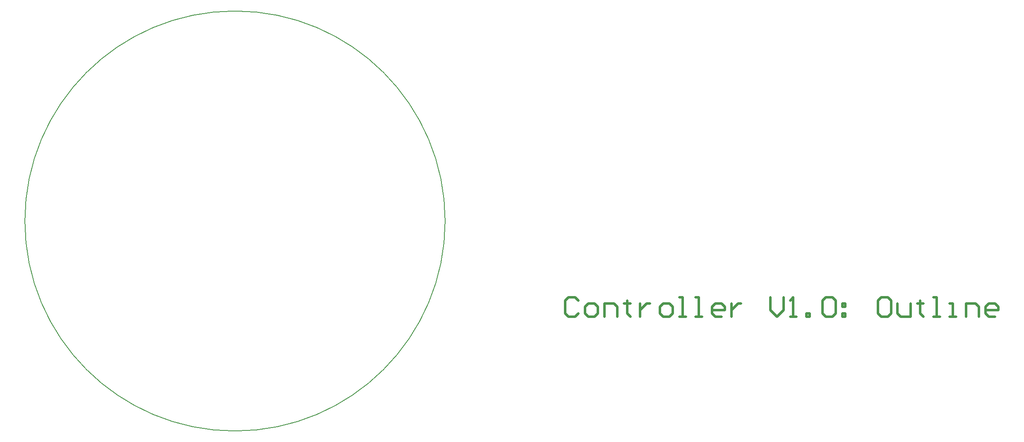
<source format=gm1>
%FSLAX24Y24*%
%MOIN*%
G70*
G01*
G75*
G04 Layer_Color=16711935*
%ADD10C,0.0591*%
%ADD11C,0.0472*%
%ADD12R,0.0394X0.0354*%
%ADD13R,0.0236X0.0512*%
%ADD14R,0.0276X0.0354*%
%ADD15R,0.0354X0.0276*%
%ADD16R,0.0551X0.0472*%
%ADD17R,0.0197X0.0591*%
%ADD18R,0.0512X0.0236*%
%ADD19R,0.0354X0.0394*%
%ADD20R,0.0787X0.0177*%
%ADD21R,0.0177X0.0787*%
%ADD22R,0.2362X0.0984*%
%ADD23O,0.0138X0.0827*%
%ADD24R,0.2165X0.0984*%
%ADD25R,0.0472X0.0551*%
G04:AMPARAMS|DCode=26|XSize=70.9mil|YSize=63mil|CornerRadius=0mil|HoleSize=0mil|Usage=FLASHONLY|Rotation=336.000|XOffset=0mil|YOffset=0mil|HoleType=Round|Shape=Rectangle|*
%AMROTATEDRECTD26*
4,1,4,-0.0452,-0.0144,-0.0196,0.0432,0.0452,0.0144,0.0196,-0.0432,-0.0452,-0.0144,0.0*
%
%ADD26ROTATEDRECTD26*%

G04:AMPARAMS|DCode=27|XSize=70.9mil|YSize=63mil|CornerRadius=0mil|HoleSize=0mil|Usage=FLASHONLY|Rotation=120.000|XOffset=0mil|YOffset=0mil|HoleType=Round|Shape=Rectangle|*
%AMROTATEDRECTD27*
4,1,4,0.0450,-0.0149,-0.0096,-0.0464,-0.0450,0.0149,0.0096,0.0464,0.0450,-0.0149,0.0*
%
%ADD27ROTATEDRECTD27*%

G04:AMPARAMS|DCode=28|XSize=51.2mil|YSize=39.4mil|CornerRadius=0mil|HoleSize=0mil|Usage=FLASHONLY|Rotation=31.000|XOffset=0mil|YOffset=0mil|HoleType=Round|Shape=Rectangle|*
%AMROTATEDRECTD28*
4,1,4,-0.0118,-0.0301,-0.0321,0.0037,0.0118,0.0301,0.0321,-0.0037,-0.0118,-0.0301,0.0*
%
%ADD28ROTATEDRECTD28*%

G04:AMPARAMS|DCode=29|XSize=51.2mil|YSize=39.4mil|CornerRadius=0mil|HoleSize=0mil|Usage=FLASHONLY|Rotation=319.000|XOffset=0mil|YOffset=0mil|HoleType=Round|Shape=Rectangle|*
%AMROTATEDRECTD29*
4,1,4,-0.0322,0.0019,-0.0064,0.0316,0.0322,-0.0019,0.0064,-0.0316,-0.0322,0.0019,0.0*
%
%ADD29ROTATEDRECTD29*%

G04:AMPARAMS|DCode=30|XSize=51.2mil|YSize=39.4mil|CornerRadius=0mil|HoleSize=0mil|Usage=FLASHONLY|Rotation=101.000|XOffset=0mil|YOffset=0mil|HoleType=Round|Shape=Rectangle|*
%AMROTATEDRECTD30*
4,1,4,0.0242,-0.0214,-0.0144,-0.0289,-0.0242,0.0214,0.0144,0.0289,0.0242,-0.0214,0.0*
%
%ADD30ROTATEDRECTD30*%

G04:AMPARAMS|DCode=31|XSize=70.9mil|YSize=63mil|CornerRadius=0mil|HoleSize=0mil|Usage=FLASHONLY|Rotation=190.000|XOffset=0mil|YOffset=0mil|HoleType=Round|Shape=Rectangle|*
%AMROTATEDRECTD31*
4,1,4,0.0294,0.0372,0.0404,-0.0249,-0.0294,-0.0372,-0.0404,0.0249,0.0294,0.0372,0.0*
%
%ADD31ROTATEDRECTD31*%

G04:AMPARAMS|DCode=32|XSize=70.9mil|YSize=63mil|CornerRadius=0mil|HoleSize=0mil|Usage=FLASHONLY|Rotation=48.000|XOffset=0mil|YOffset=0mil|HoleType=Round|Shape=Rectangle|*
%AMROTATEDRECTD32*
4,1,4,-0.0003,-0.0474,-0.0471,-0.0053,0.0003,0.0474,0.0471,0.0053,-0.0003,-0.0474,0.0*
%
%ADD32ROTATEDRECTD32*%

G04:AMPARAMS|DCode=33|XSize=51.2mil|YSize=39.4mil|CornerRadius=0mil|HoleSize=0mil|Usage=FLASHONLY|Rotation=246.000|XOffset=0mil|YOffset=0mil|HoleType=Round|Shape=Rectangle|*
%AMROTATEDRECTD33*
4,1,4,-0.0076,0.0314,0.0284,0.0154,0.0076,-0.0314,-0.0284,-0.0154,-0.0076,0.0314,0.0*
%
%ADD33ROTATEDRECTD33*%

G04:AMPARAMS|DCode=34|XSize=70.9mil|YSize=63mil|CornerRadius=0mil|HoleSize=0mil|Usage=FLASHONLY|Rotation=264.000|XOffset=0mil|YOffset=0mil|HoleType=Round|Shape=Rectangle|*
%AMROTATEDRECTD34*
4,1,4,-0.0276,0.0385,0.0350,0.0319,0.0276,-0.0385,-0.0350,-0.0319,-0.0276,0.0385,0.0*
%
%ADD34ROTATEDRECTD34*%

G04:AMPARAMS|DCode=35|XSize=51.2mil|YSize=39.4mil|CornerRadius=0mil|HoleSize=0mil|Usage=FLASHONLY|Rotation=176.000|XOffset=0mil|YOffset=0mil|HoleType=Round|Shape=Rectangle|*
%AMROTATEDRECTD35*
4,1,4,0.0269,0.0179,0.0242,-0.0214,-0.0269,-0.0179,-0.0242,0.0214,0.0269,0.0179,0.0*
%
%ADD35ROTATEDRECTD35*%

%ADD36C,0.0197*%
%ADD37C,0.0177*%
%ADD38C,0.0138*%
%ADD39C,0.0118*%
%ADD40C,0.0236*%
%ADD41C,0.0394*%
%ADD42C,0.0315*%
%ADD43C,0.0276*%
%ADD44O,0.0669X0.0787*%
%ADD45O,0.0787X0.0709*%
%ADD46O,0.1969X0.1181*%
%ADD47O,0.0591X0.0866*%
%ADD48R,0.0591X0.0866*%
%ADD49C,0.0700*%
%ADD50O,0.0866X0.0591*%
%ADD51R,0.0866X0.0591*%
%ADD52C,0.1181*%
%ADD53C,0.0394*%
G04:AMPARAMS|DCode=54|XSize=70.9mil|YSize=98.4mil|CornerRadius=0mil|HoleSize=0mil|Usage=FLASHONLY|Rotation=54.000|XOffset=0mil|YOffset=0mil|HoleType=Round|Shape=Round|*
%AMOVALD54*
21,1,0.0276,0.0709,0.0000,0.0000,144.0*
1,1,0.0709,0.0111,-0.0081*
1,1,0.0709,-0.0111,0.0081*
%
%ADD54OVALD54*%

G04:AMPARAMS|DCode=55|XSize=70.9mil|YSize=98.4mil|CornerRadius=0mil|HoleSize=0mil|Usage=FLASHONLY|Rotation=126.000|XOffset=0mil|YOffset=0mil|HoleType=Round|Shape=Round|*
%AMOVALD55*
21,1,0.0276,0.0709,0.0000,0.0000,216.0*
1,1,0.0709,0.0111,0.0081*
1,1,0.0709,-0.0111,-0.0081*
%
%ADD55OVALD55*%

G04:AMPARAMS|DCode=56|XSize=70.9mil|YSize=98.4mil|CornerRadius=0mil|HoleSize=0mil|Usage=FLASHONLY|Rotation=198.000|XOffset=0mil|YOffset=0mil|HoleType=Round|Shape=Round|*
%AMOVALD56*
21,1,0.0276,0.0709,0.0000,0.0000,288.0*
1,1,0.0709,-0.0043,0.0131*
1,1,0.0709,0.0043,-0.0131*
%
%ADD56OVALD56*%

%ADD57O,0.0984X0.0709*%
G04:AMPARAMS|DCode=58|XSize=70.9mil|YSize=98.4mil|CornerRadius=0mil|HoleSize=0mil|Usage=FLASHONLY|Rotation=342.000|XOffset=0mil|YOffset=0mil|HoleType=Round|Shape=Round|*
%AMOVALD58*
21,1,0.0276,0.0709,0.0000,0.0000,72.0*
1,1,0.0709,-0.0043,-0.0131*
1,1,0.0709,0.0043,0.0131*
%
%ADD58OVALD58*%

%ADD59C,0.0472*%
%ADD60C,0.0079*%
%ADD61C,0.0098*%
%ADD62C,0.0100*%
%ADD63C,0.0787*%
%ADD64R,0.0474X0.0434*%
%ADD65R,0.0316X0.0592*%
%ADD66R,0.0356X0.0434*%
%ADD67R,0.0434X0.0356*%
%ADD68R,0.0631X0.0552*%
%ADD69R,0.0277X0.0671*%
%ADD70R,0.0592X0.0316*%
%ADD71R,0.0434X0.0474*%
%ADD72R,0.0867X0.0257*%
%ADD73R,0.0257X0.0867*%
%ADD74R,0.2442X0.1064*%
%ADD75O,0.0218X0.0907*%
%ADD76R,0.2245X0.1064*%
%ADD77R,0.0552X0.0631*%
G04:AMPARAMS|DCode=78|XSize=78.9mil|YSize=71mil|CornerRadius=0mil|HoleSize=0mil|Usage=FLASHONLY|Rotation=336.000|XOffset=0mil|YOffset=0mil|HoleType=Round|Shape=Rectangle|*
%AMROTATEDRECTD78*
4,1,4,-0.0505,-0.0164,-0.0216,0.0485,0.0505,0.0164,0.0216,-0.0485,-0.0505,-0.0164,0.0*
%
%ADD78ROTATEDRECTD78*%

G04:AMPARAMS|DCode=79|XSize=78.9mil|YSize=71mil|CornerRadius=0mil|HoleSize=0mil|Usage=FLASHONLY|Rotation=120.000|XOffset=0mil|YOffset=0mil|HoleType=Round|Shape=Rectangle|*
%AMROTATEDRECTD79*
4,1,4,0.0505,-0.0164,-0.0110,-0.0519,-0.0505,0.0164,0.0110,0.0519,0.0505,-0.0164,0.0*
%
%ADD79ROTATEDRECTD79*%

G04:AMPARAMS|DCode=80|XSize=59.2mil|YSize=47.4mil|CornerRadius=0mil|HoleSize=0mil|Usage=FLASHONLY|Rotation=31.000|XOffset=0mil|YOffset=0mil|HoleType=Round|Shape=Rectangle|*
%AMROTATEDRECTD80*
4,1,4,-0.0132,-0.0355,-0.0376,0.0051,0.0132,0.0355,0.0376,-0.0051,-0.0132,-0.0355,0.0*
%
%ADD80ROTATEDRECTD80*%

G04:AMPARAMS|DCode=81|XSize=59.2mil|YSize=47.4mil|CornerRadius=0mil|HoleSize=0mil|Usage=FLASHONLY|Rotation=319.000|XOffset=0mil|YOffset=0mil|HoleType=Round|Shape=Rectangle|*
%AMROTATEDRECTD81*
4,1,4,-0.0379,0.0015,-0.0068,0.0373,0.0379,-0.0015,0.0068,-0.0373,-0.0379,0.0015,0.0*
%
%ADD81ROTATEDRECTD81*%

G04:AMPARAMS|DCode=82|XSize=59.2mil|YSize=47.4mil|CornerRadius=0mil|HoleSize=0mil|Usage=FLASHONLY|Rotation=101.000|XOffset=0mil|YOffset=0mil|HoleType=Round|Shape=Rectangle|*
%AMROTATEDRECTD82*
4,1,4,0.0289,-0.0245,-0.0176,-0.0336,-0.0289,0.0245,0.0176,0.0336,0.0289,-0.0245,0.0*
%
%ADD82ROTATEDRECTD82*%

G04:AMPARAMS|DCode=83|XSize=78.9mil|YSize=71mil|CornerRadius=0mil|HoleSize=0mil|Usage=FLASHONLY|Rotation=190.000|XOffset=0mil|YOffset=0mil|HoleType=Round|Shape=Rectangle|*
%AMROTATEDRECTD83*
4,1,4,0.0327,0.0418,0.0450,-0.0281,-0.0327,-0.0418,-0.0450,0.0281,0.0327,0.0418,0.0*
%
%ADD83ROTATEDRECTD83*%

G04:AMPARAMS|DCode=84|XSize=78.9mil|YSize=71mil|CornerRadius=0mil|HoleSize=0mil|Usage=FLASHONLY|Rotation=48.000|XOffset=0mil|YOffset=0mil|HoleType=Round|Shape=Rectangle|*
%AMROTATEDRECTD84*
4,1,4,-0.0000,-0.0531,-0.0528,-0.0056,0.0000,0.0531,0.0528,0.0056,-0.0000,-0.0531,0.0*
%
%ADD84ROTATEDRECTD84*%

G04:AMPARAMS|DCode=85|XSize=59.2mil|YSize=47.4mil|CornerRadius=0mil|HoleSize=0mil|Usage=FLASHONLY|Rotation=246.000|XOffset=0mil|YOffset=0mil|HoleType=Round|Shape=Rectangle|*
%AMROTATEDRECTD85*
4,1,4,-0.0096,0.0367,0.0337,0.0174,0.0096,-0.0367,-0.0337,-0.0174,-0.0096,0.0367,0.0*
%
%ADD85ROTATEDRECTD85*%

G04:AMPARAMS|DCode=86|XSize=78.9mil|YSize=71mil|CornerRadius=0mil|HoleSize=0mil|Usage=FLASHONLY|Rotation=264.000|XOffset=0mil|YOffset=0mil|HoleType=Round|Shape=Rectangle|*
%AMROTATEDRECTD86*
4,1,4,-0.0312,0.0429,0.0394,0.0355,0.0312,-0.0429,-0.0394,-0.0355,-0.0312,0.0429,0.0*
%
%ADD86ROTATEDRECTD86*%

G04:AMPARAMS|DCode=87|XSize=59.2mil|YSize=47.4mil|CornerRadius=0mil|HoleSize=0mil|Usage=FLASHONLY|Rotation=176.000|XOffset=0mil|YOffset=0mil|HoleType=Round|Shape=Rectangle|*
%AMROTATEDRECTD87*
4,1,4,0.0312,0.0216,0.0279,-0.0257,-0.0312,-0.0216,-0.0279,0.0257,0.0312,0.0216,0.0*
%
%ADD87ROTATEDRECTD87*%

%ADD88O,0.0749X0.0867*%
%ADD89O,0.0867X0.0789*%
%ADD90O,0.2049X0.1261*%
%ADD91O,0.0671X0.0946*%
%ADD92R,0.0671X0.0946*%
%ADD93C,0.0780*%
%ADD94O,0.0946X0.0671*%
%ADD95R,0.0946X0.0671*%
%ADD96C,0.1261*%
%ADD97C,0.0474*%
G04:AMPARAMS|DCode=98|XSize=78.9mil|YSize=106.4mil|CornerRadius=0mil|HoleSize=0mil|Usage=FLASHONLY|Rotation=54.000|XOffset=0mil|YOffset=0mil|HoleType=Round|Shape=Round|*
%AMOVALD98*
21,1,0.0276,0.0789,0.0000,0.0000,144.0*
1,1,0.0789,0.0111,-0.0081*
1,1,0.0789,-0.0111,0.0081*
%
%ADD98OVALD98*%

G04:AMPARAMS|DCode=99|XSize=78.9mil|YSize=106.4mil|CornerRadius=0mil|HoleSize=0mil|Usage=FLASHONLY|Rotation=126.000|XOffset=0mil|YOffset=0mil|HoleType=Round|Shape=Round|*
%AMOVALD99*
21,1,0.0276,0.0789,0.0000,0.0000,216.0*
1,1,0.0789,0.0111,0.0081*
1,1,0.0789,-0.0111,-0.0081*
%
%ADD99OVALD99*%

G04:AMPARAMS|DCode=100|XSize=78.9mil|YSize=106.4mil|CornerRadius=0mil|HoleSize=0mil|Usage=FLASHONLY|Rotation=198.000|XOffset=0mil|YOffset=0mil|HoleType=Round|Shape=Round|*
%AMOVALD100*
21,1,0.0276,0.0789,0.0000,0.0000,288.0*
1,1,0.0789,-0.0043,0.0131*
1,1,0.0789,0.0043,-0.0131*
%
%ADD100OVALD100*%

%ADD101O,0.1064X0.0789*%
G04:AMPARAMS|DCode=102|XSize=78.9mil|YSize=106.4mil|CornerRadius=0mil|HoleSize=0mil|Usage=FLASHONLY|Rotation=342.000|XOffset=0mil|YOffset=0mil|HoleType=Round|Shape=Round|*
%AMOVALD102*
21,1,0.0276,0.0789,0.0000,0.0000,72.0*
1,1,0.0789,-0.0043,-0.0131*
1,1,0.0789,0.0043,0.0131*
%
%ADD102OVALD102*%

G54D36*
X27664Y-6405D02*
X27401Y-6142D01*
X26877D01*
X26614Y-6405D01*
Y-7454D01*
X26877Y-7717D01*
X27401D01*
X27664Y-7454D01*
X28451Y-7717D02*
X28976D01*
X29238Y-7454D01*
Y-6929D01*
X28976Y-6667D01*
X28451D01*
X28188Y-6929D01*
Y-7454D01*
X28451Y-7717D01*
X29763D02*
Y-6667D01*
X30550D01*
X30812Y-6929D01*
Y-7717D01*
X31599Y-6405D02*
Y-6667D01*
X31337D01*
X31862D01*
X31599D01*
Y-7454D01*
X31862Y-7717D01*
X32649Y-6667D02*
Y-7717D01*
Y-7192D01*
X32911Y-6929D01*
X33174Y-6667D01*
X33436D01*
X34486Y-7717D02*
X35010D01*
X35273Y-7454D01*
Y-6929D01*
X35010Y-6667D01*
X34486D01*
X34223Y-6929D01*
Y-7454D01*
X34486Y-7717D01*
X35798D02*
X36322D01*
X36060D01*
Y-6142D01*
X35798D01*
X37109Y-7717D02*
X37634D01*
X37372D01*
Y-6142D01*
X37109D01*
X39209Y-7717D02*
X38684D01*
X38421Y-7454D01*
Y-6929D01*
X38684Y-6667D01*
X39209D01*
X39471Y-6929D01*
Y-7192D01*
X38421D01*
X39996Y-6667D02*
Y-7717D01*
Y-7192D01*
X40258Y-6929D01*
X40520Y-6667D01*
X40783D01*
X43144Y-6142D02*
Y-7192D01*
X43669Y-7717D01*
X44194Y-7192D01*
Y-6142D01*
X44719Y-7717D02*
X45243D01*
X44981D01*
Y-6142D01*
X44719Y-6405D01*
X46030Y-7717D02*
Y-7454D01*
X46293D01*
Y-7717D01*
X46030D01*
X47342Y-6405D02*
X47605Y-6142D01*
X48130D01*
X48392Y-6405D01*
Y-7454D01*
X48130Y-7717D01*
X47605D01*
X47342Y-7454D01*
Y-6405D01*
X48917Y-6667D02*
X49179D01*
Y-6929D01*
X48917D01*
Y-6667D01*
Y-7454D02*
X49179D01*
Y-7717D01*
X48917D01*
Y-7454D01*
X52590Y-6142D02*
X52065D01*
X51803Y-6405D01*
Y-7454D01*
X52065Y-7717D01*
X52590D01*
X52852Y-7454D01*
Y-6405D01*
X52590Y-6142D01*
X53377Y-6667D02*
Y-7454D01*
X53640Y-7717D01*
X54427D01*
Y-6667D01*
X55214Y-6405D02*
Y-6667D01*
X54951D01*
X55476D01*
X55214D01*
Y-7454D01*
X55476Y-7717D01*
X56263D02*
X56788D01*
X56526D01*
Y-6142D01*
X56263D01*
X57575Y-7717D02*
X58100D01*
X57838D01*
Y-6667D01*
X57575D01*
X58887Y-7717D02*
Y-6667D01*
X59674D01*
X59937Y-6929D01*
Y-7717D01*
X61249D02*
X60724D01*
X60462Y-7454D01*
Y-6929D01*
X60724Y-6667D01*
X61249D01*
X61511Y-6929D01*
Y-7192D01*
X60462D01*
G54D60*
X16929Y0D02*
G03*
X16929Y0I-16929J0D01*
G01*
M02*

</source>
